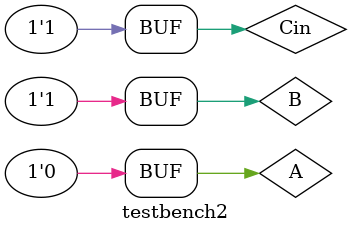
<source format=v>
`timescale 1ns / 1ps


module testbench2;

	// Inputs
	reg A;
	reg B;
	reg Cin;

	// Outputs
	wire Cout;
	wire Sum;

	// Instantiate the Unit Under Test (UUT)
	fulladder4bit uut (
		.A(A), 
		.B(B), 
		.Cin(Cin), 
		.Cout(Cout), 
		.Sum(Sum)
	);

	initial begin
		// Initialize Inputs
		A = 0;
		B = 0;
		Cin = 0;

		// Wait 100 ns for global reset to finish
		#100;
		A[0]=1; A[0]=1; A[0]=1; A[0]=1; B=4; Cin=1;
		A=4; B=5; Cin=1;
        
		// Add stimulus here

	end
      
endmodule


</source>
